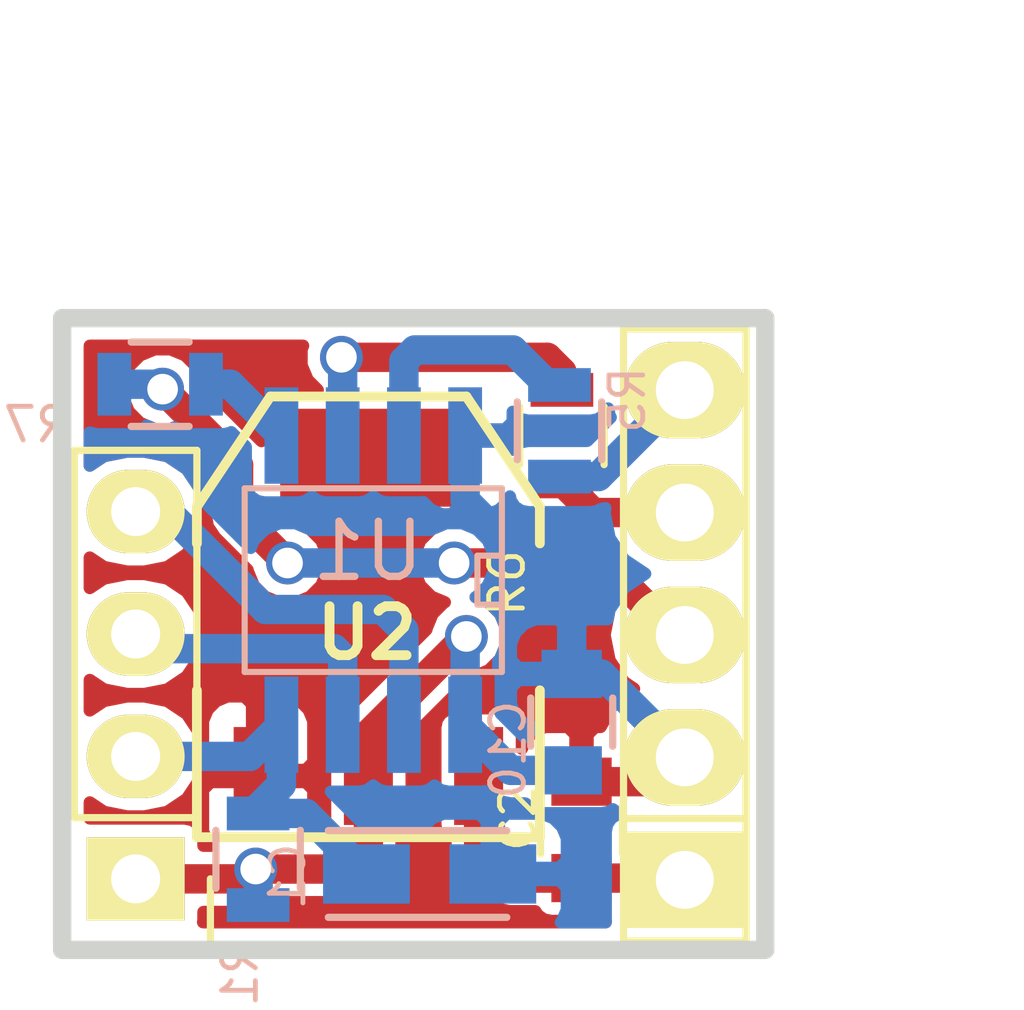
<source format=kicad_pcb>
(kicad_pcb (version 4) (host pcbnew 0.201508120901+6086~28~ubuntu14.04.1-product)

  (general
    (links 23)
    (no_connects 3)
    (area 137.579099 114.160299 152.539701 127.647701)
    (thickness 1.6002)
    (drawings 6)
    (tracks 75)
    (zones 0)
    (modules 11)
    (nets 13)
  )

  (page A4)
  (title_block
    (date "7 feb 2014")
  )

  (layers
    (0 Front signal)
    (31 Back signal)
    (32 B.Adhes user)
    (33 F.Adhes user)
    (34 B.Paste user)
    (35 F.Paste user)
    (36 B.SilkS user)
    (37 F.SilkS user)
    (38 B.Mask user)
    (39 F.Mask user)
    (40 Dwgs.User user)
    (44 Edge.Cuts user)
    (45 Margin user)
    (46 B.CrtYd user)
    (48 B.Fab user)
    (49 F.Fab user)
  )

  (setup
    (last_trace_width 0.6096)
    (trace_clearance 0.1)
    (zone_clearance 0.254)
    (zone_45_only yes)
    (trace_min 0.2032)
    (segment_width 0.1)
    (edge_width 0.381)
    (via_size 0.889)
    (via_drill 0.635)
    (via_min_size 0.889)
    (via_min_drill 0.508)
    (uvia_size 0.508)
    (uvia_drill 0.127)
    (uvias_allowed no)
    (uvia_min_size 0.508)
    (uvia_min_drill 0.127)
    (pcb_text_width 0.3048)
    (pcb_text_size 1.524 2.032)
    (mod_edge_width 0.381)
    (mod_text_size 1.524 1.524)
    (mod_text_width 0.3048)
    (pad_size 2 2.5)
    (pad_drill 1.2)
    (pad_to_mask_clearance 0.254)
    (aux_axis_origin 0 0)
    (visible_elements FFFFFF1F)
    (pcbplotparams
      (layerselection 0x0100f_80000001)
      (usegerberextensions false)
      (excludeedgelayer false)
      (linewidth 0.150000)
      (plotframeref false)
      (viasonmask false)
      (mode 1)
      (useauxorigin false)
      (hpglpennumber 1)
      (hpglpenspeed 20)
      (hpglpendiameter 15)
      (hpglpenoverlay 0)
      (psnegative false)
      (psa4output false)
      (plotreference true)
      (plotvalue true)
      (plotinvisibletext false)
      (padsonsilk true)
      (subtractmaskfromsilk false)
      (outputformat 5)
      (mirror false)
      (drillshape 0)
      (scaleselection 1)
      (outputdirectory /home/nail/tmp/plot/))
  )

  (net 0 "")
  (net 1 +5V)
  (net 2 DataIn)
  (net 3 GND)
  (net 4 POWER_CTL)
  (net 5 "Net-(R7-Pad1)")
  (net 6 CLK)
  (net 7 DataOut)
  (net 8 "Net-(C1-Pad1)")
  (net 9 "Net-(ICSP_UART1-Pad3)")
  (net 10 "Net-(ICSP_UART1-Pad4)")
  (net 11 "Net-(R5-Pad1)")
  (net 12 "Net-(R6-Pad1)")

  (net_class Default "This is the default net class."
    (clearance 0.1)
    (trace_width 0.6096)
    (via_dia 0.889)
    (via_drill 0.635)
    (uvia_dia 0.508)
    (uvia_drill 0.127)
    (add_net +5V)
    (add_net CLK)
    (add_net DataIn)
    (add_net DataOut)
    (add_net GND)
    (add_net "Net-(C1-Pad1)")
    (add_net "Net-(ICSP_UART1-Pad3)")
    (add_net "Net-(ICSP_UART1-Pad4)")
    (add_net "Net-(R5-Pad1)")
    (add_net "Net-(R6-Pad1)")
    (add_net "Net-(R7-Pad1)")
    (add_net POWER_CTL)
  )

  (net_class GND ""
    (clearance 0.1)
    (trace_width 1.39192)
    (via_dia 0.889)
    (via_drill 0.635)
    (uvia_dia 0.508)
    (uvia_drill 0.127)
  )

  (module Pin_Headers:Pin_Header_Straight_1x05 (layer Front) (tedit 543F8C26) (tstamp 546CCFAD)
    (at 150.68042 120.92432 90)
    (descr "Through hole pin header")
    (tags "pin header")
    (path /542D55A4)
    (fp_text reference RADIO1 (at 0 -2.286 90) (layer F.SilkS) hide
      (effects (font (size 1.27 1.27) (thickness 0.2032)))
    )
    (fp_text value CONN_01X05 (at 0 0 90) (layer F.SilkS) hide
      (effects (font (size 1.27 1.27) (thickness 0.2032)))
    )
    (fp_line (start -3.81 -1.27) (end 6.35 -1.27) (layer F.SilkS) (width 0.15))
    (fp_line (start 6.35 -1.27) (end 6.35 1.27) (layer F.SilkS) (width 0.15))
    (fp_line (start 6.35 1.27) (end -3.81 1.27) (layer F.SilkS) (width 0.15))
    (fp_line (start -6.35 -1.27) (end -3.81 -1.27) (layer F.SilkS) (width 0.15))
    (fp_line (start -3.81 -1.27) (end -3.81 1.27) (layer F.SilkS) (width 0.15))
    (fp_line (start -6.35 -1.27) (end -6.35 1.27) (layer F.SilkS) (width 0.15))
    (fp_line (start -6.35 1.27) (end -3.81 1.27) (layer F.SilkS) (width 0.15))
    (pad 1 thru_hole rect (at -5.08 0 90) (size 2 2.5) (drill 1.2) (layers *.Cu *.Mask F.SilkS)
      (net 4 POWER_CTL))
    (pad 2 thru_hole oval (at -2.54 0 90) (size 2 2.5) (drill 1.2) (layers *.Cu *.Mask F.SilkS)
      (net 3 GND))
    (pad 3 thru_hole oval (at 0 0 90) (size 2 2.5) (drill 1.2) (layers *.Cu *.Mask F.SilkS)
      (net 7 DataOut))
    (pad 4 thru_hole oval (at 2.54 0 90) (size 2 2.5) (drill 1.2) (layers *.Cu *.Mask F.SilkS)
      (net 2 DataIn))
    (pad 5 thru_hole oval (at 5.08 0 90) (size 2 2.5) (drill 1.2) (layers *.Cu *.Mask F.SilkS)
      (net 6 CLK))
    (model Pin_Headers/Pin_Header_Straight_1x05.wrl
      (at (xyz 0 0 0))
      (scale (xyz 1 1 1))
      (rotate (xyz 0 0 0))
    )
  )

  (module my_modules:SOIC-8-W_long_pads (layer Back) (tedit 55C86E55) (tstamp 546CCF7E)
    (at 144.2212 119.7864 180)
    (descr "module SMD SOIC SOJ 8 pins etroit")
    (tags "CMS SOJ")
    (path /52D02953)
    (attr smd)
    (fp_text reference U1 (at 0.11176 0.59944 180) (layer B.SilkS)
      (effects (font (size 1.143 1.143) (thickness 0.1524)) (justify mirror))
    )
    (fp_text value PIC12F629 (at 0 -1.016 180) (layer B.SilkS) hide
      (effects (font (size 0.889 0.889) (thickness 0.1524)) (justify mirror))
    )
    (fp_line (start -2.667 -1.778) (end -2.667 -1.905) (layer B.SilkS) (width 0.127))
    (fp_line (start -2.667 -1.905) (end 2.667 -1.905) (layer B.SilkS) (width 0.127))
    (fp_line (start 2.667 1.905) (end -2.667 1.905) (layer B.SilkS) (width 0.127))
    (fp_line (start -2.667 1.905) (end -2.667 -1.778) (layer B.SilkS) (width 0.127))
    (fp_line (start -2.667 0.508) (end -2.159 0.508) (layer B.SilkS) (width 0.127))
    (fp_line (start -2.159 0.508) (end -2.159 -0.508) (layer B.SilkS) (width 0.127))
    (fp_line (start -2.159 -0.508) (end -2.667 -0.508) (layer B.SilkS) (width 0.127))
    (fp_line (start 2.667 1.905) (end 2.667 -1.905) (layer B.SilkS) (width 0.127))
    (pad 8 smd rect (at -1.905 3 180) (size 0.7 2) (layers Back B.Paste B.Mask)
      (net 3 GND))
    (pad 1 smd rect (at -1.905 -3 180) (size 0.7 2) (layers Back B.Paste B.Mask)
      (net 1 +5V))
    (pad 7 smd rect (at -0.635 3 180) (size 0.7 2) (layers Back B.Paste B.Mask)
      (net 11 "Net-(R5-Pad1)"))
    (pad 6 smd rect (at 0.635 3 180) (size 0.7 2) (layers Back B.Paste B.Mask)
      (net 12 "Net-(R6-Pad1)"))
    (pad 5 smd rect (at 1.905 3 180) (size 0.7 2) (layers Back B.Paste B.Mask)
      (net 5 "Net-(R7-Pad1)"))
    (pad 2 smd rect (at -0.635 -3 180) (size 0.7 2) (layers Back B.Paste B.Mask)
      (net 10 "Net-(ICSP_UART1-Pad4)"))
    (pad 3 smd rect (at 0.635 -3 180) (size 0.7 2) (layers Back B.Paste B.Mask)
      (net 9 "Net-(ICSP_UART1-Pad3)"))
    (pad 4 smd rect (at 1.905 -3 180) (size 0.7 2) (layers Back B.Paste B.Mask)
      (net 8 "Net-(C1-Pad1)"))
    (model smd/cms_so8.wrl
      (at (xyz 0 0 0))
      (scale (xyz 0.5 0.32 0.5))
      (rotate (xyz 0 0 0))
    )
  )

  (module Pin_Headers:Pin_Header_Straight_1x04 (layer Front) (tedit 55C8702A) (tstamp 559FD40A)
    (at 139.2936 125.984 180)
    (descr "Through hole pin header")
    (tags "pin header")
    (path /542D83A2)
    (fp_text reference ICSP_UART1 (at -0.00762 9.3218 180) (layer F.SilkS) hide
      (effects (font (size 0.7 0.7) (thickness 0.1)))
    )
    (fp_text value CONN_01X04 (at 0 -3.1 180) (layer F.Fab) hide
      (effects (font (size 1 1) (thickness 0.15)))
    )
    (fp_line (start -1.75 -1.75) (end -1.75 9.4) (layer F.CrtYd) (width 0.05))
    (fp_line (start 1.75 -1.75) (end 1.75 9.4) (layer F.CrtYd) (width 0.05))
    (fp_line (start -1.75 -1.75) (end 1.75 -1.75) (layer F.CrtYd) (width 0.05))
    (fp_line (start -1.75 9.4) (end 1.75 9.4) (layer F.CrtYd) (width 0.05))
    (fp_line (start -1.27 1.27) (end -1.27 8.89) (layer F.SilkS) (width 0.15))
    (fp_line (start 1.27 1.27) (end 1.27 8.89) (layer F.SilkS) (width 0.15))
    (fp_line (start 1.55 -1.55) (end 1.55 0) (layer F.SilkS) (width 0.15))
    (fp_line (start -1.27 8.89) (end 1.27 8.89) (layer F.SilkS) (width 0.15))
    (fp_line (start 1.27 1.27) (end -1.27 1.27) (layer F.SilkS) (width 0.15))
    (fp_line (start -1.55 0) (end -1.55 -1.55) (layer F.SilkS) (width 0.15))
    (fp_line (start -1.55 -1.55) (end 1.55 -1.55) (layer F.SilkS) (width 0.15))
    (pad 1 thru_hole rect (at 0 0 180) (size 2.032 1.7272) (drill 1.016) (layers *.Cu *.Mask F.SilkS)
      (net 1 +5V))
    (pad 2 thru_hole oval (at 0 2.54 180) (size 2.032 1.7272) (drill 1.016) (layers *.Cu *.Mask F.SilkS)
      (net 8 "Net-(C1-Pad1)"))
    (pad 3 thru_hole oval (at 0 5.08 180) (size 2.032 1.7272) (drill 1.016) (layers *.Cu *.Mask F.SilkS)
      (net 9 "Net-(ICSP_UART1-Pad3)"))
    (pad 4 thru_hole oval (at 0 7.62 180) (size 2.032 1.7272) (drill 1.016) (layers *.Cu *.Mask F.SilkS)
      (net 10 "Net-(ICSP_UART1-Pad4)"))
    (model Pin_Headers.3dshapes/Pin_Header_Straight_1x04.wrl
      (at (xyz 0 -0.15 0))
      (scale (xyz 1 1 1))
      (rotate (xyz 0 0 90))
    )
  )

  (module Capacitors_Tantalum_SMD:TantalC_SizeA_EIA-3216_Reflow (layer Back) (tedit 55C87056) (tstamp 55C4C10B)
    (at 145.3896 125.8824)
    (descr "Tantal Cap. , Size A, EIA-3216, Reflow")
    (tags "Tantal Capacitor Size-A EIA-3216 reflow")
    (path /55C4B796)
    (attr smd)
    (fp_text reference C1 (at -2.9464 0.0508 90) (layer B.SilkS)
      (effects (font (size 0.7 0.7) (thickness 0.1)) (justify mirror))
    )
    (fp_text value 1uF/6.3V (at 0 -2.1) (layer B.Fab) hide
      (effects (font (size 1 1) (thickness 0.15)) (justify mirror))
    )
    (fp_line (start 1.6 -0.9) (end -2.1 -0.9) (layer B.SilkS) (width 0.15))
    (fp_line (start 1.6 0.9) (end -2.1 0.9) (layer B.SilkS) (width 0.15))
    (fp_line (start -2.5 -1.2) (end 2.5 -1.2) (layer B.CrtYd) (width 0.05))
    (fp_line (start 2.5 -1.2) (end 2.5 1.2) (layer B.CrtYd) (width 0.05))
    (fp_line (start 2.5 1.2) (end -2.5 1.2) (layer B.CrtYd) (width 0.05))
    (fp_line (start -2.5 1.2) (end -2.5 -1.2) (layer B.CrtYd) (width 0.05))
    (pad 2 smd rect (at 1.31 0) (size 1.8 1.23) (layers Back B.Paste B.Mask)
      (net 3 GND))
    (pad 1 smd rect (at -1.31 0) (size 1.8 1.23) (layers Back B.Paste B.Mask)
      (net 8 "Net-(C1-Pad1)"))
    (model Capacitors_Tantalum_SMD.3dshapes/TantalC_SizeA_EIA-3216_Reflow.wrl
      (at (xyz 0 0 0))
      (scale (xyz 1 1 1))
      (rotate (xyz 0 0 180))
    )
  )

  (module Capacitors_SMD:C_0805 (layer Front) (tedit 55C8704D) (tstamp 55C4C10C)
    (at 148.5392 124.968 90)
    (descr "Capacitor SMD 0805, reflow soldering, AVX (see smccp.pdf)")
    (tags "capacitor 0805")
    (path /52D02F40)
    (attr smd)
    (fp_text reference C2 (at 0.24384 -1.3208 90) (layer F.SilkS)
      (effects (font (size 0.7 0.7) (thickness 0.1)))
    )
    (fp_text value 100n (at 0 2.1 90) (layer F.Fab) hide
      (effects (font (size 1 1) (thickness 0.15)))
    )
    (fp_line (start -1.8 -1) (end 1.8 -1) (layer F.CrtYd) (width 0.05))
    (fp_line (start -1.8 1) (end 1.8 1) (layer F.CrtYd) (width 0.05))
    (fp_line (start -1.8 -1) (end -1.8 1) (layer F.CrtYd) (width 0.05))
    (fp_line (start 1.8 -1) (end 1.8 1) (layer F.CrtYd) (width 0.05))
    (fp_line (start 0.5 -0.85) (end -0.5 -0.85) (layer F.SilkS) (width 0.15))
    (fp_line (start -0.5 0.85) (end 0.5 0.85) (layer F.SilkS) (width 0.15))
    (pad 1 smd rect (at -1 0 90) (size 1 1.25) (layers Front F.Paste F.Mask)
      (net 4 POWER_CTL))
    (pad 2 smd rect (at 1 0 90) (size 1 1.25) (layers Front F.Paste F.Mask)
      (net 3 GND))
    (model Capacitors_SMD.3dshapes/C_0805.wrl
      (at (xyz 0 0 0))
      (scale (xyz 1 1 1))
      (rotate (xyz 0 0 0))
    )
  )

  (module Resistors_SMD:R_0805 (layer Back) (tedit 55C87049) (tstamp 55C4C117)
    (at 141.8336 125.5776 270)
    (descr "Resistor SMD 0805, reflow soldering, Vishay (see dcrcw.pdf)")
    (tags "resistor 0805")
    (path /52D03054)
    (attr smd)
    (fp_text reference R1 (at 2.36728 0.37592 270) (layer B.SilkS)
      (effects (font (size 0.7 0.7) (thickness 0.1)) (justify mirror))
    )
    (fp_text value 10k (at 0 -2.1 270) (layer B.Fab) hide
      (effects (font (size 1 1) (thickness 0.15)) (justify mirror))
    )
    (fp_line (start -1.6 1) (end 1.6 1) (layer B.CrtYd) (width 0.05))
    (fp_line (start -1.6 -1) (end 1.6 -1) (layer B.CrtYd) (width 0.05))
    (fp_line (start -1.6 1) (end -1.6 -1) (layer B.CrtYd) (width 0.05))
    (fp_line (start 1.6 1) (end 1.6 -1) (layer B.CrtYd) (width 0.05))
    (fp_line (start 0.6 -0.875) (end -0.6 -0.875) (layer B.SilkS) (width 0.15))
    (fp_line (start -0.6 0.875) (end 0.6 0.875) (layer B.SilkS) (width 0.15))
    (pad 1 smd rect (at -0.95 0 270) (size 0.7 1.3) (layers Back B.Paste B.Mask)
      (net 8 "Net-(C1-Pad1)"))
    (pad 2 smd rect (at 0.95 0 270) (size 0.7 1.3) (layers Back B.Paste B.Mask)
      (net 1 +5V))
    (model Resistors_SMD.3dshapes/R_0805.wrl
      (at (xyz 0 0 0))
      (scale (xyz 1 1 1))
      (rotate (xyz 0 0 0))
    )
  )

  (module Resistors_SMD:R_0805 (layer Back) (tedit 55C8703E) (tstamp 55C4C12E)
    (at 148.082 116.6876 270)
    (descr "Resistor SMD 0805, reflow soldering, Vishay (see dcrcw.pdf)")
    (tags "resistor 0805")
    (path /52D02AC2)
    (attr smd)
    (fp_text reference R5 (at -0.64008 -1.40716 270) (layer B.SilkS)
      (effects (font (size 0.7 0.7) (thickness 0.1)) (justify mirror))
    )
    (fp_text value 3k3 (at 0 -2.1 270) (layer B.Fab) hide
      (effects (font (size 1 1) (thickness 0.15)) (justify mirror))
    )
    (fp_line (start -1.6 1) (end 1.6 1) (layer B.CrtYd) (width 0.05))
    (fp_line (start -1.6 -1) (end 1.6 -1) (layer B.CrtYd) (width 0.05))
    (fp_line (start -1.6 1) (end -1.6 -1) (layer B.CrtYd) (width 0.05))
    (fp_line (start 1.6 1) (end 1.6 -1) (layer B.CrtYd) (width 0.05))
    (fp_line (start 0.6 -0.875) (end -0.6 -0.875) (layer B.SilkS) (width 0.15))
    (fp_line (start -0.6 0.875) (end 0.6 0.875) (layer B.SilkS) (width 0.15))
    (pad 1 smd rect (at -0.95 0 270) (size 0.7 1.3) (layers Back B.Paste B.Mask)
      (net 11 "Net-(R5-Pad1)"))
    (pad 2 smd rect (at 0.95 0 270) (size 0.7 1.3) (layers Back B.Paste B.Mask)
      (net 6 CLK))
    (model Resistors_SMD.3dshapes/R_0805.wrl
      (at (xyz 0 0 0))
      (scale (xyz 1 1 1))
      (rotate (xyz 0 0 0))
    )
  )

  (module Resistors_SMD:R_0805 (layer Front) (tedit 55C8701E) (tstamp 55C4C145)
    (at 148.1328 116.7892 270)
    (descr "Resistor SMD 0805, reflow soldering, Vishay (see dcrcw.pdf)")
    (tags "resistor 0805")
    (path /52D02ABB)
    (attr smd)
    (fp_text reference R6 (at 3.05816 1.13792 270) (layer F.SilkS)
      (effects (font (size 0.7 0.7) (thickness 0.1)))
    )
    (fp_text value 3k3 (at 0 2.1 270) (layer F.Fab) hide
      (effects (font (size 1 1) (thickness 0.15)))
    )
    (fp_line (start -1.6 -1) (end 1.6 -1) (layer F.CrtYd) (width 0.05))
    (fp_line (start -1.6 1) (end 1.6 1) (layer F.CrtYd) (width 0.05))
    (fp_line (start -1.6 -1) (end -1.6 1) (layer F.CrtYd) (width 0.05))
    (fp_line (start 1.6 -1) (end 1.6 1) (layer F.CrtYd) (width 0.05))
    (fp_line (start 0.6 0.875) (end -0.6 0.875) (layer F.SilkS) (width 0.15))
    (fp_line (start -0.6 -0.875) (end 0.6 -0.875) (layer F.SilkS) (width 0.15))
    (pad 1 smd rect (at -0.95 0 270) (size 0.7 1.3) (layers Front F.Paste F.Mask)
      (net 12 "Net-(R6-Pad1)"))
    (pad 2 smd rect (at 0.95 0 270) (size 0.7 1.3) (layers Front F.Paste F.Mask)
      (net 2 DataIn))
    (model Resistors_SMD.3dshapes/R_0805.wrl
      (at (xyz 0 0 0))
      (scale (xyz 1 1 1))
      (rotate (xyz 0 0 0))
    )
  )

  (module Resistors_SMD:R_0805 (layer Back) (tedit 55C87022) (tstamp 55C4C150)
    (at 139.8016 115.7224 180)
    (descr "Resistor SMD 0805, reflow soldering, Vishay (see dcrcw.pdf)")
    (tags "resistor 0805")
    (path /52D02B05)
    (attr smd)
    (fp_text reference R7 (at 2.55778 -0.8382 180) (layer B.SilkS)
      (effects (font (size 0.7 0.7) (thickness 0.1)) (justify mirror))
    )
    (fp_text value 3k3 (at 0 -2.1 180) (layer B.Fab) hide
      (effects (font (size 1 1) (thickness 0.15)) (justify mirror))
    )
    (fp_line (start -1.6 1) (end 1.6 1) (layer B.CrtYd) (width 0.05))
    (fp_line (start -1.6 -1) (end 1.6 -1) (layer B.CrtYd) (width 0.05))
    (fp_line (start -1.6 1) (end -1.6 -1) (layer B.CrtYd) (width 0.05))
    (fp_line (start 1.6 1) (end 1.6 -1) (layer B.CrtYd) (width 0.05))
    (fp_line (start 0.6 -0.875) (end -0.6 -0.875) (layer B.SilkS) (width 0.15))
    (fp_line (start -0.6 0.875) (end 0.6 0.875) (layer B.SilkS) (width 0.15))
    (pad 1 smd rect (at -0.95 0 180) (size 0.7 1.3) (layers Back B.Paste B.Mask)
      (net 5 "Net-(R7-Pad1)"))
    (pad 2 smd rect (at 0.95 0 180) (size 0.7 1.3) (layers Back B.Paste B.Mask)
      (net 7 DataOut))
    (model Resistors_SMD.3dshapes/R_0805.wrl
      (at (xyz 0 0 0))
      (scale (xyz 1 1 1))
      (rotate (xyz 0 0 0))
    )
  )

  (module Capacitors_SMD:C_0805 (layer Back) (tedit 55C87043) (tstamp 55C4C250)
    (at 148.336 122.7328 90)
    (descr "Capacitor SMD 0805, reflow soldering, AVX (see smccp.pdf)")
    (tags "capacitor 0805")
    (path /52E79ABE)
    (attr smd)
    (fp_text reference C10 (at -0.5715 -1.3208 90) (layer B.SilkS)
      (effects (font (size 0.7 0.7) (thickness 0.1)) (justify mirror))
    )
    (fp_text value 100n (at 0 -2.1 90) (layer B.Fab) hide
      (effects (font (size 1 1) (thickness 0.15)) (justify mirror))
    )
    (fp_line (start -1.8 1) (end 1.8 1) (layer B.CrtYd) (width 0.05))
    (fp_line (start -1.8 -1) (end 1.8 -1) (layer B.CrtYd) (width 0.05))
    (fp_line (start -1.8 1) (end -1.8 -1) (layer B.CrtYd) (width 0.05))
    (fp_line (start 1.8 1) (end 1.8 -1) (layer B.CrtYd) (width 0.05))
    (fp_line (start 0.5 0.85) (end -0.5 0.85) (layer B.SilkS) (width 0.15))
    (fp_line (start -0.5 -0.85) (end 0.5 -0.85) (layer B.SilkS) (width 0.15))
    (pad 1 smd rect (at -1 0 90) (size 1 1.25) (layers Back B.Paste B.Mask)
      (net 1 +5V))
    (pad 2 smd rect (at 1 0 90) (size 1 1.25) (layers Back B.Paste B.Mask)
      (net 3 GND))
    (model Capacitors_SMD.3dshapes/C_0805.wrl
      (at (xyz 0 0 0))
      (scale (xyz 1 1 1))
      (rotate (xyz 0 0 0))
    )
  )

  (module my_modules:SOT-223-REGULATOR (layer Front) (tedit 55C86FEF) (tstamp 55C4C8BE)
    (at 144.1196 120.5484)
    (descr "module CMS SOT223 4 pins")
    (tags "CMS SOT")
    (path /546C9D74)
    (attr smd)
    (fp_text reference U2 (at -0.03048 0.33528) (layer F.SilkS)
      (effects (font (size 1.016 1.016) (thickness 0.2032)))
    )
    (fp_text value LM78L05ACZ (at 0 0.762) (layer F.SilkS) hide
      (effects (font (size 1.016 1.016) (thickness 0.2032)))
    )
    (fp_line (start -3.556 1.524) (end -3.556 4.572) (layer F.SilkS) (width 0.2032))
    (fp_line (start -3.556 4.572) (end 3.556 4.572) (layer F.SilkS) (width 0.2032))
    (fp_line (start 3.556 4.572) (end 3.556 1.524) (layer F.SilkS) (width 0.2032))
    (fp_line (start -3.556 -1.524) (end -3.556 -2.286) (layer F.SilkS) (width 0.2032))
    (fp_line (start -3.556 -2.286) (end -2.032 -4.572) (layer F.SilkS) (width 0.2032))
    (fp_line (start -2.032 -4.572) (end 2.032 -4.572) (layer F.SilkS) (width 0.2032))
    (fp_line (start 2.032 -4.572) (end 3.556 -2.286) (layer F.SilkS) (width 0.2032))
    (fp_line (start 3.556 -2.286) (end 3.556 -1.524) (layer F.SilkS) (width 0.2032))
    (pad VO smd rect (at 0 -3.302) (size 3.6576 2.032) (layers Front F.Paste F.Mask)
      (net 1 +5V))
    (pad VO smd rect (at 0 3.302) (size 1.016 2.032) (layers Front F.Paste F.Mask)
      (net 1 +5V))
    (pad VI smd rect (at 2.286 3.302) (size 1.016 2.032) (layers Front F.Paste F.Mask)
      (net 4 POWER_CTL))
    (pad GND smd rect (at -2.286 3.302) (size 1.016 2.032) (layers Front F.Paste F.Mask)
      (net 3 GND))
    (model smd/SOT223.wrl
      (at (xyz 0 0 0))
      (scale (xyz 0.4 0.4 0.4))
      (rotate (xyz 0 0 0))
    )
  )

  (dimension 13.0556 (width 0.3048) (layer Dwgs.User)
    (gr_text "13.056 mm" (at 155.7528 120.9294 270) (layer Dwgs.User)
      (effects (font (size 2.032 1.524) (thickness 0.3048)))
    )
    (feature1 (pts (xy 152.3492 127.4572) (xy 157.3784 127.4572)))
    (feature2 (pts (xy 152.3492 114.4016) (xy 157.3784 114.4016)))
    (crossbar (pts (xy 154.1272 114.4016) (xy 154.1272 127.4572)))
    (arrow1a (pts (xy 154.1272 127.4572) (xy 153.540779 126.330696)))
    (arrow1b (pts (xy 154.1272 127.4572) (xy 154.713621 126.330696)))
    (arrow2a (pts (xy 154.1272 114.4016) (xy 153.540779 115.528104)))
    (arrow2b (pts (xy 154.1272 114.4016) (xy 154.713621 115.528104)))
  )
  (dimension 14.5796 (width 0.3048) (layer Dwgs.User)
    (gr_text "14.580 mm" (at 145.0594 110.1852) (layer Dwgs.User)
      (effects (font (size 2.032 1.524) (thickness 0.3048)))
    )
    (feature1 (pts (xy 152.3492 114.4016) (xy 152.3492 108.5596)))
    (feature2 (pts (xy 137.7696 114.4016) (xy 137.7696 108.5596)))
    (crossbar (pts (xy 137.7696 111.8108) (xy 152.3492 111.8108)))
    (arrow1a (pts (xy 152.3492 111.8108) (xy 151.222696 112.397221)))
    (arrow1b (pts (xy 152.3492 111.8108) (xy 151.222696 111.224379)))
    (arrow2a (pts (xy 137.7696 111.8108) (xy 138.896104 112.397221)))
    (arrow2b (pts (xy 137.7696 111.8108) (xy 138.896104 111.224379)))
  )
  (gr_line (start 137.7696 127.4572) (end 137.7696 114.3508) (angle 90) (layer Edge.Cuts) (width 0.381))
  (gr_line (start 152.3492 127.4572) (end 137.7696 127.4572) (angle 90) (layer Edge.Cuts) (width 0.381))
  (gr_line (start 137.7696 114.3508) (end 152.3492 114.3508) (angle 90) (layer Edge.Cuts) (width 0.381))
  (gr_line (start 152.3492 114.3508) (end 152.3492 127.4064) (angle 90) (layer Edge.Cuts) (width 0.381))

  (segment (start 148.336 123.7328) (end 147.0726 123.7328) (width 0.6096) (layer Back) (net 1) (status 400000))
  (segment (start 147.0726 123.7328) (end 146.1262 122.7864) (width 0.6096) (layer Back) (net 1) (tstamp 55DC66D4) (status 800000))
  (segment (start 144.1196 123.8504) (end 144.1196 122.9868) (width 0.6096) (layer Front) (net 1))
  (segment (start 144.1196 122.9868) (end 146.1516 120.9548) (width 0.6096) (layer Front) (net 1) (tstamp 55DC66CB))
  (segment (start 146.1262 120.9802) (end 146.1262 122.7864) (width 0.6096) (layer Back) (net 1) (tstamp 55DC66CE))
  (segment (start 146.1516 120.9548) (end 146.1262 120.9802) (width 0.6096) (layer Back) (net 1) (tstamp 55DC66CD))
  (via (at 146.1516 120.9548) (size 0.889) (drill 0.635) (layers Front Back) (net 1))
  (segment (start 141.7828 125.7808) (end 143.6624 125.7808) (width 0.6096) (layer Front) (net 1))
  (segment (start 144.1196 125.3236) (end 144.1196 123.8504) (width 0.6096) (layer Front) (net 1) (tstamp 55DC66C8))
  (segment (start 143.6624 125.7808) (end 144.1196 125.3236) (width 0.6096) (layer Front) (net 1) (tstamp 55DC66C7))
  (segment (start 139.2936 125.984) (end 141.5796 125.984) (width 0.6096) (layer Front) (net 1))
  (segment (start 141.8336 125.8316) (end 141.8336 126.5276) (width 0.6096) (layer Back) (net 1) (tstamp 55DC66C4))
  (segment (start 141.7828 125.7808) (end 141.8336 125.8316) (width 0.6096) (layer Back) (net 1) (tstamp 55DC66C3))
  (via (at 141.7828 125.7808) (size 0.889) (drill 0.635) (layers Front Back) (net 1))
  (segment (start 141.5796 125.984) (end 141.7828 125.7808) (width 0.6096) (layer Front) (net 1) (tstamp 55DC66C1))
  (segment (start 150.68042 118.38432) (end 148.77792 118.38432) (width 0.6096) (layer Front) (net 2))
  (segment (start 148.77792 118.38432) (end 148.1328 117.7392) (width 0.6096) (layer Front) (net 2) (tstamp 55DC6408))
  (segment (start 150.68042 118.38432) (end 150.64232 118.38432) (width 0.6096) (layer Back) (net 2))
  (segment (start 146.1262 116.7864) (end 146.1262 118.1354) (width 0.6096) (layer Back) (net 3) (status 400000))
  (segment (start 148.336 120.3452) (end 148.336 121.7328) (width 0.6096) (layer Back) (net 3) (tstamp 55DC66E6) (status 800000))
  (segment (start 146.1262 118.1354) (end 148.336 120.3452) (width 0.6096) (layer Back) (net 3) (tstamp 55DC66E5))
  (segment (start 148.336 121.7328) (end 148.9489 121.7328) (width 0.6096) (layer Back) (net 3) (status C00000))
  (segment (start 148.9489 121.7328) (end 150.68042 123.46432) (width 0.6096) (layer Back) (net 3) (tstamp 55DC66E2) (status C00000))
  (segment (start 148.5392 123.968) (end 150.17674 123.968) (width 0.6096) (layer Front) (net 3) (status C00000))
  (segment (start 150.17674 123.968) (end 150.68042 123.46432) (width 0.6096) (layer Front) (net 3) (tstamp 55DC66DF) (status C00000))
  (segment (start 148.5392 125.968) (end 150.6441 125.968) (width 0.6096) (layer Front) (net 4) (status C00000))
  (segment (start 150.6441 125.968) (end 150.68042 126.00432) (width 0.6096) (layer Front) (net 4) (tstamp 55DC66DB) (status C00000))
  (segment (start 146.4056 123.8504) (end 146.4056 125.3236) (width 0.6096) (layer Front) (net 4) (status 400000))
  (segment (start 147.05 125.968) (end 148.5392 125.968) (width 0.6096) (layer Front) (net 4) (tstamp 55DC66D8) (status 800000))
  (segment (start 146.4056 125.3236) (end 147.05 125.968) (width 0.6096) (layer Front) (net 4) (tstamp 55DC66D7))
  (segment (start 150.5745 126.11024) (end 150.68042 126.00432) (width 0.6096) (layer Back) (net 4) (tstamp 55C4D31B))
  (segment (start 140.7516 115.7224) (end 141.2522 115.7224) (width 0.6096) (layer Back) (net 5))
  (segment (start 141.2522 115.7224) (end 142.3162 116.7864) (width 0.6096) (layer Back) (net 5) (tstamp 55DC66A8))
  (segment (start 148.082 117.6376) (end 148.88714 117.6376) (width 0.6096) (layer Back) (net 6))
  (segment (start 148.88714 117.6376) (end 150.68042 115.84432) (width 0.6096) (layer Back) (net 6) (tstamp 55DC666D))
  (segment (start 150.68042 120.92432) (end 150.48992 120.92432) (width 0.6096) (layer Front) (net 7))
  (segment (start 150.48992 120.92432) (end 148.9964 119.4308) (width 0.6096) (layer Front) (net 7) (tstamp 55DC669A))
  (segment (start 139.7508 115.7224) (end 138.8516 115.7224) (width 0.6096) (layer Back) (net 7) (tstamp 55DC66A5))
  (segment (start 139.8524 115.824) (end 139.7508 115.7224) (width 0.6096) (layer Back) (net 7) (tstamp 55DC66A4))
  (via (at 139.8524 115.824) (size 0.889) (drill 0.635) (layers Front Back) (net 7))
  (segment (start 141.4272 117.3988) (end 139.8524 115.824) (width 0.6096) (layer Front) (net 7) (tstamp 55DC66A2))
  (segment (start 141.4272 118.4148) (end 141.4272 117.3988) (width 0.6096) (layer Front) (net 7) (tstamp 55DC66A1))
  (segment (start 142.4432 119.4308) (end 141.4272 118.4148) (width 0.6096) (layer Front) (net 7) (tstamp 55DC66A0))
  (via (at 142.4432 119.4308) (size 0.889) (drill 0.635) (layers Front Back) (net 7))
  (segment (start 145.8976 119.4308) (end 142.4432 119.4308) (width 0.6096) (layer Back) (net 7) (tstamp 55DC669D))
  (via (at 145.8976 119.4308) (size 0.889) (drill 0.635) (layers Front Back) (net 7))
  (segment (start 148.9964 119.4308) (end 145.8976 119.4308) (width 0.6096) (layer Front) (net 7) (tstamp 55DC669B))
  (segment (start 150.3553 120.5992) (end 150.68042 120.92432) (width 0.6096) (layer Back) (net 7) (tstamp 55DC6461))
  (segment (start 141.8336 124.6276) (end 142.8248 124.6276) (width 0.6096) (layer Back) (net 8))
  (segment (start 142.8248 124.6276) (end 144.0796 125.8824) (width 0.6096) (layer Back) (net 8) (tstamp 55DC66BD))
  (segment (start 141.8336 124.6276) (end 141.8336 124.5108) (width 0.6096) (layer Back) (net 8))
  (segment (start 141.8336 124.5108) (end 142.3162 124.0282) (width 0.6096) (layer Back) (net 8) (tstamp 55DC66B9))
  (segment (start 142.3162 124.0282) (end 142.3162 122.7864) (width 0.6096) (layer Back) (net 8) (tstamp 55DC66BA))
  (segment (start 139.2936 123.444) (end 141.6586 123.444) (width 0.6096) (layer Back) (net 8))
  (segment (start 141.6586 123.444) (end 142.3162 122.7864) (width 0.6096) (layer Back) (net 8) (tstamp 55DC66B6))
  (segment (start 143.5862 122.7864) (end 143.5862 121.3866) (width 0.6096) (layer Back) (net 9))
  (segment (start 143.4084 121.2088) (end 139.5984 121.2088) (width 0.6096) (layer Back) (net 9) (tstamp 55DC66B2))
  (segment (start 143.5862 121.3866) (end 143.4084 121.2088) (width 0.6096) (layer Back) (net 9) (tstamp 55DC66B1))
  (segment (start 139.5984 121.2088) (end 139.2936 120.904) (width 0.6096) (layer Back) (net 9) (tstamp 55DC66B3))
  (segment (start 139.2936 118.364) (end 139.954 118.364) (width 0.6096) (layer Back) (net 10))
  (segment (start 139.954 118.364) (end 141.986 120.396) (width 0.6096) (layer Back) (net 10) (tstamp 55DC66AB))
  (segment (start 141.986 120.396) (end 144.4244 120.396) (width 0.6096) (layer Back) (net 10) (tstamp 55DC66AC))
  (segment (start 144.4244 120.396) (end 144.8562 120.8278) (width 0.6096) (layer Back) (net 10) (tstamp 55DC66AD))
  (segment (start 144.8562 120.8278) (end 144.8562 122.7864) (width 0.6096) (layer Back) (net 10) (tstamp 55DC66AE))
  (segment (start 148.082 115.7376) (end 147.8432 115.7376) (width 0.6096) (layer Back) (net 11))
  (segment (start 147.8432 115.7376) (end 147.1168 115.0112) (width 0.6096) (layer Back) (net 11) (tstamp 55DC6672))
  (segment (start 147.1168 115.0112) (end 145.0848 115.0112) (width 0.6096) (layer Back) (net 11) (tstamp 55DC6673))
  (segment (start 145.0848 115.0112) (end 144.8562 115.2398) (width 0.6096) (layer Back) (net 11) (tstamp 55DC6674))
  (segment (start 144.8562 115.2398) (end 144.8562 116.7864) (width 0.6096) (layer Back) (net 11) (tstamp 55DC6675))
  (segment (start 143.5862 116.7864) (end 143.5862 115.189) (width 0.6096) (layer Back) (net 12))
  (segment (start 148.1328 115.4684) (end 148.1328 115.8392) (width 0.6096) (layer Front) (net 12) (tstamp 55DC6697))
  (segment (start 147.828 115.1636) (end 148.1328 115.4684) (width 0.6096) (layer Front) (net 12) (tstamp 55DC6696))
  (segment (start 143.5608 115.1636) (end 147.828 115.1636) (width 0.6096) (layer Front) (net 12) (tstamp 55DC6695))
  (via (at 143.5608 115.1636) (size 0.889) (drill 0.635) (layers Front Back) (net 12))
  (segment (start 143.5862 115.189) (end 143.5608 115.1636) (width 0.6096) (layer Back) (net 12) (tstamp 55DC6693))

  (zone (net 3) (net_name GND) (layer Front) (tstamp 55DC66FB) (hatch edge 0.508)
    (connect_pads (clearance 0.254))
    (min_thickness 0.254)
    (fill yes (arc_segments 16) (thermal_gap 0.508) (thermal_bridge_width 0.508) (smoothing chamfer))
    (polygon
      (pts
        (xy 137.8204 114.4016) (xy 152.3492 114.4016) (xy 152.3492 127.4572) (xy 137.7696 127.4572) (xy 137.7696 114.4016)
        (xy 137.8204 114.4016)
      )
    )
    (filled_polygon
      (pts
        (xy 149.100851 120.505119) (xy 149.017467 120.92432) (xy 149.122589 121.452806) (xy 149.421953 121.900834) (xy 149.630423 122.04013)
        (xy 149.176122 122.400983) (xy 148.936259 122.833) (xy 148.82495 122.833) (xy 148.6662 122.99175) (xy 148.6662 123.841)
        (xy 148.6862 123.841) (xy 148.6862 124.095) (xy 148.6662 124.095) (xy 148.6662 124.115) (xy 148.4122 124.115)
        (xy 148.4122 124.095) (xy 148.3922 124.095) (xy 148.3922 123.841) (xy 148.4122 123.841) (xy 148.4122 122.99175)
        (xy 148.25345 122.833) (xy 147.78789 122.833) (xy 147.554501 122.929673) (xy 147.375873 123.108302) (xy 147.302064 123.286492)
        (xy 147.302064 122.8344) (xy 147.275497 122.69321) (xy 147.192054 122.563535) (xy 147.064734 122.476541) (xy 146.9136 122.445936)
        (xy 145.8976 122.445936) (xy 145.75641 122.472503) (xy 145.626735 122.555946) (xy 145.539741 122.683266) (xy 145.509136 122.8344)
        (xy 145.509136 124.8664) (xy 145.535703 125.00759) (xy 145.619146 125.137265) (xy 145.7198 125.206039) (xy 145.7198 125.3236)
        (xy 145.772003 125.586045) (xy 145.920666 125.808534) (xy 146.565066 126.452934) (xy 146.787555 126.601597) (xy 147.05 126.6538)
        (xy 147.581009 126.6538) (xy 147.635746 126.738865) (xy 147.763066 126.825859) (xy 147.9142 126.856464) (xy 149.041956 126.856464)
        (xy 149.041956 126.8857) (xy 140.690349 126.8857) (xy 140.698064 126.8476) (xy 140.698064 126.6698) (xy 141.5796 126.6698)
        (xy 141.842045 126.617597) (xy 141.858852 126.606367) (xy 141.946282 126.606443) (xy 142.249798 126.481033) (xy 142.264256 126.4666)
        (xy 143.6624 126.4666) (xy 143.924845 126.414397) (xy 144.147334 126.265734) (xy 144.604534 125.808534) (xy 144.753196 125.586045)
        (xy 144.753197 125.586044) (xy 144.8054 125.3236) (xy 144.8054 125.204739) (xy 144.898465 125.144854) (xy 144.985459 125.017534)
        (xy 145.016064 124.8664) (xy 145.016064 123.060204) (xy 146.295842 121.780426) (xy 146.315082 121.780443) (xy 146.618598 121.655033)
        (xy 146.851017 121.423019) (xy 146.976957 121.119723) (xy 146.977243 120.791318) (xy 146.851833 120.487802) (xy 146.619819 120.255383)
        (xy 146.34242 120.140197) (xy 146.364598 120.131033) (xy 146.379056 120.1166) (xy 148.712332 120.1166)
      )
    )
    (filled_polygon
      (pts
        (xy 142.735443 114.998677) (xy 142.735157 115.327082) (xy 142.860567 115.630598) (xy 143.071537 115.841936) (xy 142.2908 115.841936)
        (xy 142.14961 115.868503) (xy 142.019935 115.951946) (xy 141.932941 116.079266) (xy 141.902336 116.2304) (xy 141.902336 116.904069)
        (xy 140.678026 115.679758) (xy 140.678043 115.660518) (xy 140.552633 115.357002) (xy 140.320619 115.124583) (xy 140.017323 114.998643)
        (xy 139.688918 114.998357) (xy 139.385402 115.123767) (xy 139.152983 115.355781) (xy 139.027043 115.659077) (xy 139.026757 115.987482)
        (xy 139.152167 116.290998) (xy 139.384181 116.523417) (xy 139.687477 116.649357) (xy 139.707907 116.649375) (xy 140.7414 117.682867)
        (xy 140.7414 118.4148) (xy 140.793603 118.677245) (xy 140.942266 118.899734) (xy 141.617574 119.575042) (xy 141.617557 119.594282)
        (xy 141.742967 119.897798) (xy 141.974981 120.130217) (xy 142.278277 120.256157) (xy 142.606682 120.256443) (xy 142.910198 120.131033)
        (xy 143.142617 119.899019) (xy 143.268557 119.595723) (xy 143.268843 119.267318) (xy 143.143433 118.963802) (xy 142.911419 118.731383)
        (xy 142.717508 118.650864) (xy 145.623498 118.650864) (xy 145.430602 118.730567) (xy 145.198183 118.962581) (xy 145.072243 119.265877)
        (xy 145.071957 119.594282) (xy 145.197367 119.897798) (xy 145.429381 120.130217) (xy 145.70678 120.245403) (xy 145.684602 120.254567)
        (xy 145.452183 120.486581) (xy 145.326243 120.789877) (xy 145.326225 120.810307) (xy 143.690596 122.445936) (xy 143.6116 122.445936)
        (xy 143.47041 122.472503) (xy 143.340735 122.555946) (xy 143.253741 122.683266) (xy 143.223136 122.8344) (xy 143.223136 124.8664)
        (xy 143.249703 125.00759) (xy 143.305949 125.095) (xy 142.93423 125.095) (xy 142.9766 124.99271) (xy 142.9766 124.13615)
        (xy 142.81785 123.9774) (xy 141.9606 123.9774) (xy 141.9606 123.9974) (xy 141.7066 123.9974) (xy 141.7066 123.9774)
        (xy 140.84935 123.9774) (xy 140.6906 124.13615) (xy 140.6906 124.99271) (xy 140.787273 125.226099) (xy 140.859374 125.2982)
        (xy 140.698064 125.2982) (xy 140.698064 125.1204) (xy 140.671497 124.97921) (xy 140.588054 124.849535) (xy 140.460734 124.762541)
        (xy 140.3096 124.731936) (xy 138.3411 124.731936) (xy 138.3411 124.395783) (xy 138.637543 124.59386) (xy 139.113831 124.6886)
        (xy 139.473369 124.6886) (xy 139.949657 124.59386) (xy 140.353434 124.324065) (xy 140.623229 123.920288) (xy 140.693411 123.567461)
        (xy 140.84935 123.7234) (xy 141.7066 123.7234) (xy 141.7066 122.35815) (xy 141.9606 122.35815) (xy 141.9606 123.7234)
        (xy 142.81785 123.7234) (xy 142.9766 123.56465) (xy 142.9766 122.70809) (xy 142.879927 122.474701) (xy 142.701298 122.296073)
        (xy 142.467909 122.1994) (xy 142.11935 122.1994) (xy 141.9606 122.35815) (xy 141.7066 122.35815) (xy 141.54785 122.1994)
        (xy 141.199291 122.1994) (xy 140.965902 122.296073) (xy 140.787273 122.474701) (xy 140.6906 122.70809) (xy 140.6906 123.306407)
        (xy 140.623229 122.967712) (xy 140.353434 122.563935) (xy 139.949657 122.29414) (xy 139.473369 122.1994) (xy 139.113831 122.1994)
        (xy 138.637543 122.29414) (xy 138.3411 122.492217) (xy 138.3411 121.855783) (xy 138.637543 122.05386) (xy 139.113831 122.1486)
        (xy 139.473369 122.1486) (xy 139.949657 122.05386) (xy 140.353434 121.784065) (xy 140.623229 121.380288) (xy 140.717969 120.904)
        (xy 140.623229 120.427712) (xy 140.353434 120.023935) (xy 139.949657 119.75414) (xy 139.473369 119.6594) (xy 139.113831 119.6594)
        (xy 138.637543 119.75414) (xy 138.3411 119.952217) (xy 138.3411 119.315783) (xy 138.637543 119.51386) (xy 139.113831 119.6086)
        (xy 139.473369 119.6086) (xy 139.949657 119.51386) (xy 140.353434 119.244065) (xy 140.623229 118.840288) (xy 140.717969 118.364)
        (xy 140.623229 117.887712) (xy 140.353434 117.483935) (xy 139.949657 117.21414) (xy 139.473369 117.1194) (xy 139.113831 117.1194)
        (xy 138.637543 117.21414) (xy 138.3411 117.412217) (xy 138.3411 114.9223) (xy 142.767158 114.9223)
      )
    )
    (filled_polygon
      (pts
        (xy 150.80742 123.33732) (xy 150.82742 123.33732) (xy 150.82742 123.59132) (xy 150.80742 123.59132) (xy 150.80742 123.61132)
        (xy 150.55342 123.61132) (xy 150.55342 123.59132) (xy 150.53342 123.59132) (xy 150.53342 123.33732) (xy 150.55342 123.33732)
        (xy 150.55342 123.31732) (xy 150.80742 123.31732)
      )
    )
  )
  (zone (net 3) (net_name GND) (layer Back) (tstamp 55DC6718) (hatch edge 0.508)
    (connect_pads (clearance 0.254))
    (min_thickness 0.254)
    (fill yes (arc_segments 16) (thermal_gap 0.508) (thermal_bridge_width 0.508) (smoothing chamfer))
    (polygon
      (pts
        (xy 152.3492 127.4572) (xy 137.7696 127.4572) (xy 137.7696 114.4016) (xy 152.3492 114.4016) (xy 152.3492 127.4572)
      )
    )
    (filled_polygon
      (pts
        (xy 145.497746 124.057265) (xy 145.625066 124.144259) (xy 145.7762 124.174864) (xy 146.4762 124.174864) (xy 146.533933 124.164001)
        (xy 146.587666 124.217734) (xy 146.810155 124.366397) (xy 147.0726 124.4186) (xy 147.377809 124.4186) (xy 147.432546 124.503665)
        (xy 147.559866 124.590659) (xy 147.711 124.621264) (xy 148.961 124.621264) (xy 149.10219 124.594697) (xy 149.189661 124.538411)
        (xy 149.314599 124.637649) (xy 149.28923 124.642423) (xy 149.159555 124.725866) (xy 149.072561 124.853186) (xy 149.041956 125.00432)
        (xy 149.041956 126.8857) (xy 148.109326 126.8857) (xy 148.137927 126.857099) (xy 148.2346 126.62371) (xy 148.2346 126.16815)
        (xy 148.07585 126.0094) (xy 146.8266 126.0094) (xy 146.8266 126.0294) (xy 146.5726 126.0294) (xy 146.5726 126.0094)
        (xy 146.5526 126.0094) (xy 146.5526 125.7554) (xy 146.5726 125.7554) (xy 146.5726 124.79115) (xy 146.8266 124.79115)
        (xy 146.8266 125.7554) (xy 148.07585 125.7554) (xy 148.2346 125.59665) (xy 148.2346 125.14109) (xy 148.137927 124.907701)
        (xy 147.959298 124.729073) (xy 147.725909 124.6324) (xy 146.98535 124.6324) (xy 146.8266 124.79115) (xy 146.5726 124.79115)
        (xy 146.41385 124.6324) (xy 145.673291 124.6324) (xy 145.439902 124.729073) (xy 145.261273 124.907701) (xy 145.231883 124.978653)
        (xy 145.130734 124.909541) (xy 144.9796 124.878936) (xy 144.046004 124.878936) (xy 143.341932 124.174864) (xy 143.9362 124.174864)
        (xy 144.07739 124.148297) (xy 144.207065 124.064854) (xy 144.220231 124.045586) (xy 144.227746 124.057265) (xy 144.355066 124.144259)
        (xy 144.5062 124.174864) (xy 145.2062 124.174864) (xy 145.34739 124.148297) (xy 145.477065 124.064854) (xy 145.490231 124.045586)
      )
    )
    (filled_polygon
      (pts
        (xy 150.80742 123.33732) (xy 150.82742 123.33732) (xy 150.82742 123.59132) (xy 150.80742 123.59132) (xy 150.80742 123.61132)
        (xy 150.55342 123.61132) (xy 150.55342 123.59132) (xy 150.53342 123.59132) (xy 150.53342 123.33732) (xy 150.55342 123.33732)
        (xy 150.55342 123.31732) (xy 150.80742 123.31732)
      )
    )
    (filled_polygon
      (pts
        (xy 149.122589 116.372806) (xy 149.146412 116.40846) (xy 148.655736 116.899136) (xy 147.432 116.899136) (xy 147.29081 116.925703)
        (xy 147.161135 117.009146) (xy 147.1112 117.082228) (xy 147.1112 117.07215) (xy 146.95245 116.9134) (xy 146.2532 116.9134)
        (xy 146.2532 118.26265) (xy 146.41195 118.4214) (xy 146.602509 118.4214) (xy 146.835898 118.324727) (xy 147.014527 118.146099)
        (xy 147.054982 118.048431) (xy 147.070103 118.12879) (xy 147.153546 118.258465) (xy 147.280866 118.345459) (xy 147.432 118.376064)
        (xy 148.732 118.376064) (xy 148.87319 118.349497) (xy 148.92565 118.31574) (xy 149.035453 118.293899) (xy 149.017467 118.38432)
        (xy 149.122589 118.912806) (xy 149.421953 119.360834) (xy 149.861184 119.65432) (xy 149.421953 119.947806) (xy 149.122589 120.395834)
        (xy 149.082416 120.5978) (xy 148.62175 120.5978) (xy 148.463 120.75655) (xy 148.463 121.6058) (xy 148.483 121.6058)
        (xy 148.483 121.8598) (xy 148.463 121.8598) (xy 148.463 121.8798) (xy 148.209 121.8798) (xy 148.209 121.8598)
        (xy 147.23475 121.8598) (xy 147.076 122.01855) (xy 147.076 122.359109) (xy 147.172673 122.592498) (xy 147.351301 122.771127)
        (xy 147.58469 122.8678) (xy 147.586301 122.8678) (xy 147.56981 122.870903) (xy 147.440135 122.954346) (xy 147.376827 123.047)
        (xy 147.356668 123.047) (xy 146.864664 122.554996) (xy 146.864664 121.7864) (xy 146.838097 121.64521) (xy 146.812 121.604654)
        (xy 146.812 121.461968) (xy 146.851017 121.423019) (xy 146.976957 121.119723) (xy 146.976968 121.106491) (xy 147.076 121.106491)
        (xy 147.076 121.44705) (xy 147.23475 121.6058) (xy 148.209 121.6058) (xy 148.209 120.75655) (xy 148.05025 120.5978)
        (xy 147.58469 120.5978) (xy 147.351301 120.694473) (xy 147.172673 120.873102) (xy 147.076 121.106491) (xy 146.976968 121.106491)
        (xy 146.977243 120.791318) (xy 146.851833 120.487802) (xy 146.619819 120.255383) (xy 146.34242 120.140197) (xy 146.364598 120.131033)
        (xy 146.597017 119.899019) (xy 146.722957 119.595723) (xy 146.723243 119.267318) (xy 146.597833 118.963802) (xy 146.365819 118.731383)
        (xy 146.062523 118.605443) (xy 145.734118 118.605157) (xy 145.430602 118.730567) (xy 145.416144 118.745) (xy 142.925012 118.745)
        (xy 142.911419 118.731383) (xy 142.608123 118.605443) (xy 142.279718 118.605157) (xy 141.976202 118.730567) (xy 141.743783 118.962581)
        (xy 141.678842 119.118974) (xy 140.666843 118.106975) (xy 140.623229 117.887712) (xy 140.353434 117.483935) (xy 139.949657 117.21414)
        (xy 139.473369 117.1194) (xy 139.113831 117.1194) (xy 138.637543 117.21414) (xy 138.3411 117.412217) (xy 138.3411 116.723859)
        (xy 138.350466 116.730259) (xy 138.5016 116.760864) (xy 139.2016 116.760864) (xy 139.34279 116.734297) (xy 139.472465 116.650854)
        (xy 139.520782 116.580139) (xy 139.687477 116.649357) (xy 140.015882 116.649643) (xy 140.103859 116.613292) (xy 140.123146 116.643265)
        (xy 140.250466 116.730259) (xy 140.4016 116.760864) (xy 141.1016 116.760864) (xy 141.24279 116.734297) (xy 141.274089 116.714157)
        (xy 141.577736 117.017804) (xy 141.577736 117.7864) (xy 141.604303 117.92759) (xy 141.687746 118.057265) (xy 141.815066 118.144259)
        (xy 141.9662 118.174864) (xy 142.6662 118.174864) (xy 142.80739 118.148297) (xy 142.937065 118.064854) (xy 142.950231 118.045586)
        (xy 142.957746 118.057265) (xy 143.085066 118.144259) (xy 143.2362 118.174864) (xy 143.9362 118.174864) (xy 144.07739 118.148297)
        (xy 144.207065 118.064854) (xy 144.220231 118.045586) (xy 144.227746 118.057265) (xy 144.355066 118.144259) (xy 144.5062 118.174864)
        (xy 145.2062 118.174864) (xy 145.257067 118.165293) (xy 145.416502 118.324727) (xy 145.649891 118.4214) (xy 145.84045 118.4214)
        (xy 145.9992 118.26265) (xy 145.9992 116.9134) (xy 145.9792 116.9134) (xy 145.9792 116.6594) (xy 145.9992 116.6594)
        (xy 145.9992 116.6394) (xy 146.2532 116.6394) (xy 146.2532 116.6594) (xy 146.95245 116.6594) (xy 147.1112 116.50065)
        (xy 147.1112 116.292657) (xy 147.153546 116.358465) (xy 147.280866 116.445459) (xy 147.432 116.476064) (xy 148.732 116.476064)
        (xy 148.87319 116.449497) (xy 149.002865 116.366054) (xy 149.089859 116.238734) (xy 149.092917 116.223634)
      )
    )
  )
)

</source>
